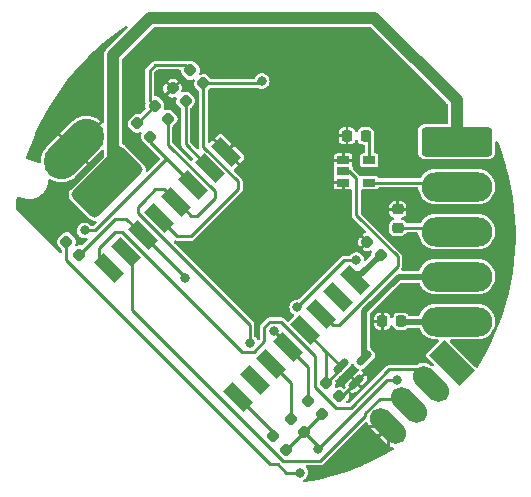
<source format=gtl>
G04 #@! TF.GenerationSoftware,KiCad,Pcbnew,8.0.7-unknown-1000.20241208gitf899755.fc40*
G04 #@! TF.CreationDate,2024-12-14T19:17:03-08:00*
G04 #@! TF.ProjectId,led-ctrl-24v,6c65642d-6374-4726-9c2d-3234762e6b69,rev?*
G04 #@! TF.SameCoordinates,Original*
G04 #@! TF.FileFunction,Copper,L1,Top*
G04 #@! TF.FilePolarity,Positive*
%FSLAX46Y46*%
G04 Gerber Fmt 4.6, Leading zero omitted, Abs format (unit mm)*
G04 Created by KiCad (PCBNEW 8.0.7-unknown-1000.20241208gitf899755.fc40) date 2024-12-14 19:17:03*
%MOMM*%
%LPD*%
G01*
G04 APERTURE LIST*
G04 Aperture macros list*
%AMRoundRect*
0 Rectangle with rounded corners*
0 $1 Rounding radius*
0 $2 $3 $4 $5 $6 $7 $8 $9 X,Y pos of 4 corners*
0 Add a 4 corners polygon primitive as box body*
4,1,4,$2,$3,$4,$5,$6,$7,$8,$9,$2,$3,0*
0 Add four circle primitives for the rounded corners*
1,1,$1+$1,$2,$3*
1,1,$1+$1,$4,$5*
1,1,$1+$1,$6,$7*
1,1,$1+$1,$8,$9*
0 Add four rect primitives between the rounded corners*
20,1,$1+$1,$2,$3,$4,$5,0*
20,1,$1+$1,$4,$5,$6,$7,0*
20,1,$1+$1,$6,$7,$8,$9,0*
20,1,$1+$1,$8,$9,$2,$3,0*%
%AMHorizOval*
0 Thick line with rounded ends*
0 $1 width*
0 $2 $3 position (X,Y) of the first rounded end (center of the circle)*
0 $4 $5 position (X,Y) of the second rounded end (center of the circle)*
0 Add line between two ends*
20,1,$1,$2,$3,$4,$5,0*
0 Add two circle primitives to create the rounded ends*
1,1,$1,$2,$3*
1,1,$1,$4,$5*%
%AMRotRect*
0 Rectangle, with rotation*
0 The origin of the aperture is its center*
0 $1 length*
0 $2 width*
0 $3 Rotation angle, in degrees counterclockwise*
0 Add horizontal line*
21,1,$1,$2,0,0,$3*%
G04 Aperture macros list end*
G04 #@! TA.AperFunction,SMDPad,CuDef*
%ADD10RoundRect,0.218750X0.218750X0.256250X-0.218750X0.256250X-0.218750X-0.256250X0.218750X-0.256250X0*%
G04 #@! TD*
G04 #@! TA.AperFunction,SMDPad,CuDef*
%ADD11RoundRect,0.218750X0.335876X0.026517X0.026517X0.335876X-0.335876X-0.026517X-0.026517X-0.335876X0*%
G04 #@! TD*
G04 #@! TA.AperFunction,SMDPad,CuDef*
%ADD12RoundRect,0.218750X-0.335876X-0.026517X-0.026517X-0.335876X0.335876X0.026517X0.026517X0.335876X0*%
G04 #@! TD*
G04 #@! TA.AperFunction,SMDPad,CuDef*
%ADD13RoundRect,0.218750X-0.218750X-0.256250X0.218750X-0.256250X0.218750X0.256250X-0.218750X0.256250X0*%
G04 #@! TD*
G04 #@! TA.AperFunction,SMDPad,CuDef*
%ADD14RotRect,2.500000X1.100000X135.000000*%
G04 #@! TD*
G04 #@! TA.AperFunction,SMDPad,CuDef*
%ADD15RoundRect,0.416667X2.592724X1.060660X1.060660X2.592724X-2.592724X-1.060660X-1.060660X-2.592724X0*%
G04 #@! TD*
G04 #@! TA.AperFunction,SMDPad,CuDef*
%ADD16HorizOval,3.000000X1.060660X1.060660X-1.060660X-1.060660X0*%
G04 #@! TD*
G04 #@! TA.AperFunction,SMDPad,CuDef*
%ADD17R,1.060000X0.650000*%
G04 #@! TD*
G04 #@! TA.AperFunction,SMDPad,CuDef*
%ADD18RoundRect,0.150000X-0.309359X-0.521491X0.521491X0.309359X0.309359X0.521491X-0.521491X-0.309359X0*%
G04 #@! TD*
G04 #@! TA.AperFunction,SMDPad,CuDef*
%ADD19RoundRect,0.347223X-2.652777X0.902777X-2.652777X-0.902777X2.652777X-0.902777X2.652777X0.902777X0*%
G04 #@! TD*
G04 #@! TA.AperFunction,SMDPad,CuDef*
%ADD20O,6.000000X2.500000*%
G04 #@! TD*
G04 #@! TA.AperFunction,SMDPad,CuDef*
%ADD21RoundRect,0.218750X-0.256250X0.218750X-0.256250X-0.218750X0.256250X-0.218750X0.256250X0.218750X0*%
G04 #@! TD*
G04 #@! TA.AperFunction,ComponentPad*
%ADD22RotRect,3.600000X1.800000X315.000000*%
G04 #@! TD*
G04 #@! TA.AperFunction,ComponentPad*
%ADD23HorizOval,1.800000X0.636396X-0.636396X-0.636396X0.636396X0*%
G04 #@! TD*
G04 #@! TA.AperFunction,ViaPad*
%ADD24C,0.800000*%
G04 #@! TD*
G04 #@! TA.AperFunction,Conductor*
%ADD25C,0.250000*%
G04 #@! TD*
G04 #@! TA.AperFunction,Conductor*
%ADD26C,0.500000*%
G04 #@! TD*
G04 #@! TA.AperFunction,Conductor*
%ADD27C,1.000000*%
G04 #@! TD*
G04 APERTURE END LIST*
D10*
G04 #@! TO.P,C2,1*
G04 #@! TO.N,+5V*
X98787500Y-114000000D03*
G04 #@! TO.P,C2,2*
G04 #@! TO.N,GND*
X97212500Y-114000000D03*
G04 #@! TD*
D11*
G04 #@! TO.P,R6,1*
G04 #@! TO.N,+3.3V*
X92056847Y-140556847D03*
G04 #@! TO.P,R6,2*
G04 #@! TO.N,/REST*
X90943153Y-139443153D03*
G04 #@! TD*
G04 #@! TO.P,R5,1*
G04 #@! TO.N,+3.3V*
X93556847Y-139056847D03*
G04 #@! TO.P,R5,2*
G04 #@! TO.N,/CH_PD*
X92443153Y-137943153D03*
G04 #@! TD*
D12*
G04 #@! TO.P,R2,1*
G04 #@! TO.N,+3.3V*
X83943153Y-108443153D03*
G04 #@! TO.P,R2,2*
G04 #@! TO.N,/BTN1*
X85056847Y-109556847D03*
G04 #@! TD*
D11*
G04 #@! TO.P,R3,1*
G04 #@! TO.N,+3.3V*
X95056847Y-137556847D03*
G04 #@! TO.P,R3,2*
G04 #@! TO.N,/BTN4*
X93943153Y-136443153D03*
G04 #@! TD*
D13*
G04 #@! TO.P,R8,1*
G04 #@! TO.N,GND*
X100212500Y-129700000D03*
G04 #@! TO.P,R8,2*
G04 #@! TO.N,Net-(J3-Pin_5)*
X101787500Y-129700000D03*
G04 #@! TD*
D12*
G04 #@! TO.P,R4,1*
G04 #@! TO.N,+3.3V*
X73443153Y-122943153D03*
G04 #@! TO.P,R4,2*
G04 #@! TO.N,/BTN0*
X74556847Y-124056847D03*
G04 #@! TD*
D14*
G04 #@! TO.P,U2,1,REST*
G04 #@! TO.N,/REST*
X87981460Y-136107985D03*
G04 #@! TO.P,U2,2,ADC*
G04 #@! TO.N,unconnected-(U2-ADC-Pad2)*
X89395674Y-134693771D03*
G04 #@! TO.P,U2,3,CH_PD*
G04 #@! TO.N,/CH_PD*
X90809887Y-133279558D03*
G04 #@! TO.P,U2,4,GPIO16*
G04 #@! TO.N,/BTN4*
X92224101Y-131865344D03*
G04 #@! TO.P,U2,5,GPIO14*
G04 #@! TO.N,/GPIO14*
X93638314Y-130451131D03*
G04 #@! TO.P,U2,6,GPIO12*
G04 #@! TO.N,/LED_DIN*
X95052528Y-129036917D03*
G04 #@! TO.P,U2,7,GPIO13*
G04 #@! TO.N,/GPIO13*
X96466741Y-127622704D03*
G04 #@! TO.P,U2,8,VCC*
G04 #@! TO.N,+3.3V*
X97880955Y-126208490D03*
G04 #@! TO.P,U2,9,GND*
G04 #@! TO.N,GND*
X86991510Y-115319045D03*
G04 #@! TO.P,U2,10,GPIO15*
G04 #@! TO.N,/GPIO15*
X85577296Y-116733259D03*
G04 #@! TO.P,U2,11,GPIO2*
G04 #@! TO.N,/BTN3*
X84163083Y-118147472D03*
G04 #@! TO.P,U2,12,GPIO0*
G04 #@! TO.N,/BTN2*
X82748869Y-119561686D03*
G04 #@! TO.P,U2,13,GPIO4*
G04 #@! TO.N,/BTN1*
X81334656Y-120975899D03*
G04 #@! TO.P,U2,14,GPIO5*
G04 #@! TO.N,/BTN0*
X79920442Y-122390113D03*
G04 #@! TO.P,U2,15,RXD*
G04 #@! TO.N,/RXD*
X78506229Y-123804327D03*
G04 #@! TO.P,U2,16,TXD*
G04 #@! TO.N,/TXD*
X77092015Y-125218540D03*
G04 #@! TD*
D15*
G04 #@! TO.P,J2,1,Pin_1*
G04 #@! TO.N,+24V*
X76914214Y-117914214D03*
D16*
G04 #@! TO.P,J2,2,Pin_2*
G04 #@! TO.N,GND*
X74085786Y-115085786D03*
G04 #@! TD*
D17*
G04 #@! TO.P,U4,1*
G04 #@! TO.N,GND*
X96900000Y-116050000D03*
G04 #@! TO.P,U4,2*
G04 #@! TO.N,/LED_DIN*
X96900000Y-117000000D03*
G04 #@! TO.P,U4,3,GND*
G04 #@! TO.N,GND*
X96900000Y-117950000D03*
G04 #@! TO.P,U4,4*
G04 #@! TO.N,/LED_DIN_5V*
X99100000Y-117950000D03*
G04 #@! TO.P,U4,5,VCC*
G04 #@! TO.N,+5V*
X99100000Y-116050000D03*
G04 #@! TD*
D11*
G04 #@! TO.P,C1,1*
G04 #@! TO.N,+3.3V*
X100056847Y-124056847D03*
G04 #@! TO.P,C1,2*
G04 #@! TO.N,GND*
X98943153Y-122943153D03*
G04 #@! TD*
D12*
G04 #@! TO.P,R1,1*
G04 #@! TO.N,+3.3V*
X80943153Y-111443153D03*
G04 #@! TO.P,R1,2*
G04 #@! TO.N,/BTN2*
X82056847Y-112556847D03*
G04 #@! TD*
G04 #@! TO.P,R7,1*
G04 #@! TO.N,/GPIO14*
X95443153Y-134943153D03*
G04 #@! TO.P,R7,2*
G04 #@! TO.N,GND*
X96556847Y-136056847D03*
G04 #@! TD*
D18*
G04 #@! TO.P,Q1,1,G*
G04 #@! TO.N,/GPIO14*
X96665336Y-133491161D03*
G04 #@! TO.P,Q1,2,S*
G04 #@! TO.N,GND*
X98008839Y-134834664D03*
G04 #@! TO.P,Q1,3,D*
G04 #@! TO.N,/~{LED_WHITE}*
X98662913Y-132837087D03*
G04 #@! TD*
D11*
G04 #@! TO.P,R14,1*
G04 #@! TO.N,/GPIO15*
X83556847Y-111056847D03*
G04 #@! TO.P,R14,2*
G04 #@! TO.N,GND*
X82443153Y-109943153D03*
G04 #@! TD*
D19*
G04 #@! TO.P,J3,1,Pin_1*
G04 #@! TO.N,+24V*
X106500000Y-114480000D03*
D20*
G04 #@! TO.P,J3,2,Pin_2*
G04 #@! TO.N,/LED_DIN_5V*
X106500000Y-118290000D03*
G04 #@! TO.P,J3,3,Pin_3*
G04 #@! TO.N,Net-(J3-Pin_3)*
X106500000Y-122100000D03*
G04 #@! TO.P,J3,4,Pin_4*
G04 #@! TO.N,/~{LED_WHITE}*
X106500000Y-125910000D03*
G04 #@! TO.P,J3,5,Pin_5*
G04 #@! TO.N,Net-(J3-Pin_5)*
X106500000Y-129720000D03*
G04 #@! TD*
D21*
G04 #@! TO.P,R9,1*
G04 #@! TO.N,GND*
X101500000Y-120212499D03*
G04 #@! TO.P,R9,2*
G04 #@! TO.N,Net-(J3-Pin_3)*
X101500000Y-121787501D03*
G04 #@! TD*
D22*
G04 #@! TO.P,J1,1,Pin_1*
G04 #@! TO.N,+3.3V*
X106087006Y-133212994D03*
D23*
G04 #@! TO.P,J1,2,Pin_2*
G04 #@! TO.N,/TXD*
X104290955Y-135009045D03*
G04 #@! TO.P,J1,3,Pin_3*
G04 #@! TO.N,/RXD*
X102494904Y-136805096D03*
G04 #@! TO.P,J1,4,Pin_4*
G04 #@! TO.N,GND*
X100698852Y-138601148D03*
G04 #@! TD*
D12*
G04 #@! TO.P,R12,1*
G04 #@! TO.N,+3.3V*
X79443153Y-112943153D03*
G04 #@! TO.P,R12,2*
G04 #@! TO.N,/BTN3*
X80556847Y-114056847D03*
G04 #@! TD*
D24*
G04 #@! TO.N,GND*
X96000000Y-114000000D03*
X88500000Y-114500000D03*
X97000000Y-119000000D03*
X101000000Y-119000000D03*
X98000000Y-122000000D03*
X87500000Y-113500000D03*
X81500000Y-109000000D03*
X72500000Y-113500000D03*
X71500000Y-114500000D03*
X100500000Y-128500000D03*
X102000000Y-119000000D03*
X73500000Y-112500000D03*
X74500000Y-111500000D03*
X100500000Y-131000000D03*
G04 #@! TO.N,+3.3V*
X94750000Y-140500000D03*
X101478758Y-134665938D03*
X93250000Y-142500000D03*
G04 #@! TO.N,/BTN2*
X89000000Y-131500000D03*
G04 #@! TO.N,/BTN1*
X90000000Y-109358000D03*
G04 #@! TO.N,/BTN4*
X98000000Y-124500000D03*
X93000000Y-128500000D03*
X91000000Y-130500000D03*
G04 #@! TO.N,/BTN0*
X83500000Y-126000000D03*
G04 #@! TO.N,/BTN3*
X75000000Y-122000000D03*
G04 #@! TD*
D25*
G04 #@! TO.N,GND*
X96556847Y-136056847D02*
X96786656Y-136056847D01*
X100698852Y-138601148D02*
X100698852Y-140301148D01*
X96786656Y-136056847D02*
X98008839Y-134834664D01*
X98898852Y-138601148D02*
X98500000Y-139000000D01*
X100698852Y-138601148D02*
X98898852Y-138601148D01*
X100698852Y-140301148D02*
X100500000Y-140500000D01*
G04 #@! TO.N,+3.3V*
X80500000Y-108500000D02*
X80500000Y-111000000D01*
X80500000Y-111000000D02*
X80943153Y-111443153D01*
X100584062Y-134665938D02*
X101478758Y-134665938D01*
X100000000Y-135250000D02*
X100584062Y-134665938D01*
X94750000Y-140500000D02*
X100000000Y-135250000D01*
D26*
X98400179Y-125713515D02*
X97385980Y-125713515D01*
X100056847Y-124056847D02*
X98400179Y-125713515D01*
D25*
X79443153Y-112943153D02*
X80943153Y-111443153D01*
X91340811Y-141750000D02*
X92090811Y-142500000D01*
X83943153Y-108443153D02*
X83500000Y-108000000D01*
X81000000Y-108000000D02*
X80500000Y-108500000D01*
X73443153Y-124470730D02*
X90722423Y-141750000D01*
X92090811Y-142500000D02*
X93250000Y-142500000D01*
X73443153Y-122943153D02*
X73443153Y-124470730D01*
X94750000Y-140500000D02*
X94750000Y-140250000D01*
X94750000Y-140250000D02*
X93556847Y-139056847D01*
X83500000Y-108000000D02*
X81000000Y-108000000D01*
X90722423Y-141750000D02*
X91340811Y-141750000D01*
X92056847Y-140556847D02*
X95056847Y-137556847D01*
G04 #@! TO.N,/TXD*
X94509242Y-135259242D02*
X96250000Y-137000000D01*
X100792894Y-133750000D02*
X103031910Y-133750000D01*
X94509242Y-132630207D02*
X94509242Y-135259242D01*
X96250000Y-137000000D02*
X97542894Y-137000000D01*
X77593465Y-122156535D02*
X78166585Y-122156535D01*
X91604035Y-129725000D02*
X94509242Y-132630207D01*
X88285050Y-132275000D02*
X89321016Y-132275000D01*
X90225000Y-131371016D02*
X90225000Y-130178984D01*
X97542894Y-137000000D02*
X100792894Y-133750000D01*
X90225000Y-130178984D02*
X90678984Y-129725000D01*
X78166585Y-122156535D02*
X88285050Y-132275000D01*
X77586990Y-125586990D02*
X76250000Y-124250000D01*
X76250000Y-123500000D02*
X77593465Y-122156535D01*
X77586990Y-125713515D02*
X77586990Y-125586990D01*
X90678984Y-129725000D02*
X91604035Y-129725000D01*
X76250000Y-124250000D02*
X76250000Y-123500000D01*
X89321016Y-132275000D02*
X90225000Y-131371016D01*
X103031910Y-133750000D02*
X104290955Y-135009045D01*
G04 #@! TO.N,/RXD*
X98750000Y-137474086D02*
X99974086Y-136250000D01*
X101939808Y-136250000D02*
X102494904Y-136805096D01*
X99974086Y-136250000D02*
X101939808Y-136250000D01*
X91788676Y-141490758D02*
X94966349Y-141490758D01*
X79001204Y-124299302D02*
X79001204Y-128703286D01*
X79001204Y-128703286D02*
X91788676Y-141490758D01*
X94966349Y-141490758D02*
X98750000Y-137707107D01*
X98750000Y-137707107D02*
X98750000Y-137474086D01*
D26*
G04 #@! TO.N,/~{LED_WHITE}*
X98662913Y-128837087D02*
X98662913Y-132837087D01*
X101590000Y-125910000D02*
X98662913Y-128837087D01*
X106775000Y-125910000D02*
X101590000Y-125910000D01*
D25*
G04 #@! TO.N,/GPIO14*
X95443153Y-132255970D02*
X95443153Y-132268978D01*
X96665336Y-133491161D02*
X96665336Y-133720970D01*
X95443153Y-132268978D02*
X96665336Y-133491161D01*
X93143339Y-129956156D02*
X95443153Y-132255970D01*
X95443153Y-132255970D02*
X95443153Y-134943153D01*
X96665336Y-133720970D02*
X95443153Y-134943153D01*
G04 #@! TO.N,/BTN2*
X82056847Y-114733088D02*
X86000000Y-118676241D01*
X79500000Y-120500000D02*
X89000000Y-130000000D01*
X81000000Y-118500000D02*
X80000000Y-119500000D01*
X86000000Y-118676241D02*
X86000000Y-119250000D01*
X84500000Y-120750000D02*
X84000000Y-120750000D01*
X83306661Y-120056661D02*
X83243844Y-120056661D01*
X82056847Y-112556847D02*
X82056847Y-114733088D01*
X84000000Y-120750000D02*
X83306661Y-120056661D01*
X86000000Y-119250000D02*
X84500000Y-120750000D01*
X81687183Y-118500000D02*
X81000000Y-118500000D01*
X83243844Y-120056661D02*
X81687183Y-118500000D01*
X89000000Y-130000000D02*
X89000000Y-131500000D01*
X80000000Y-119500000D02*
X79500000Y-120000000D01*
X79500000Y-120000000D02*
X79500000Y-120500000D01*
G04 #@! TO.N,/BTN1*
X88000000Y-117847815D02*
X88000000Y-118500000D01*
X85056847Y-109556847D02*
X85056847Y-114904662D01*
X85056847Y-114904662D02*
X88000000Y-117847815D01*
X85056847Y-109556847D02*
X89801153Y-109556847D01*
X88000000Y-118500000D02*
X84000000Y-122500000D01*
X82858757Y-122500000D02*
X81829631Y-121470874D01*
X89801153Y-109556847D02*
X90000000Y-109358000D01*
X84000000Y-122500000D02*
X82858757Y-122500000D01*
G04 #@! TO.N,/BTN4*
X93000000Y-128500000D02*
X97000000Y-124500000D01*
X91729126Y-131229126D02*
X91000000Y-130500000D01*
X91729126Y-131370369D02*
X93943153Y-133584396D01*
X91729126Y-131370369D02*
X91729126Y-131229126D01*
X93943153Y-133584396D02*
X93943153Y-136443153D01*
X97000000Y-124500000D02*
X98000000Y-124500000D01*
G04 #@! TO.N,/BTN0*
X80415417Y-122885088D02*
X83500000Y-125969671D01*
X77613694Y-121000000D02*
X74556847Y-124056847D01*
X80415417Y-122885088D02*
X78530329Y-121000000D01*
X78530329Y-121000000D02*
X77613694Y-121000000D01*
X83500000Y-125969671D02*
X83500000Y-126000000D01*
G04 #@! TO.N,/CH_PD*
X90314912Y-132784583D02*
X92443153Y-134912824D01*
X92443153Y-134912824D02*
X92443153Y-137943153D01*
G04 #@! TO.N,/REST*
X90943153Y-139069678D02*
X90943153Y-139443153D01*
X87486485Y-135613010D02*
X90943153Y-139069678D01*
G04 #@! TO.N,/BTN3*
X82007806Y-115992194D02*
X81914394Y-115992194D01*
X80556847Y-114541236D02*
X82007806Y-115992194D01*
X75906588Y-122000000D02*
X75000000Y-122000000D01*
X81914394Y-115992194D02*
X75906588Y-122000000D01*
X82007806Y-115992194D02*
X84658058Y-118642447D01*
X80556847Y-114056847D02*
X80556847Y-114541236D01*
G04 #@! TO.N,/GPIO15*
X83556847Y-111056847D02*
X83556847Y-114712810D01*
X83556847Y-114712810D02*
X86072271Y-117228234D01*
G04 #@! TO.N,/LED_DIN*
X98000000Y-120700000D02*
X98000000Y-117600000D01*
X97400000Y-117000000D02*
X96900000Y-117000000D01*
X98000000Y-117600000D02*
X97400000Y-117000000D01*
X101500000Y-124200000D02*
X98000000Y-120700000D01*
X96000000Y-130000000D02*
X96500000Y-130000000D01*
X94557553Y-128541942D02*
X94557553Y-128557553D01*
X101500000Y-125000000D02*
X101500000Y-124200000D01*
X96500000Y-130000000D02*
X101500000Y-125000000D01*
X94557553Y-128557553D02*
X96000000Y-130000000D01*
G04 #@! TO.N,+5V*
X99100000Y-114312500D02*
X99100000Y-116050000D01*
X98787500Y-114000000D02*
X99100000Y-114312500D01*
G04 #@! TO.N,/LED_DIN_5V*
X106160000Y-117950000D02*
X106500000Y-118290000D01*
X99100000Y-117950000D02*
X106160000Y-117950000D01*
D27*
G04 #@! TO.N,+24V*
X76914214Y-117914214D02*
X77396446Y-117431982D01*
X80609063Y-104000000D02*
X99500000Y-104000000D01*
X99500000Y-104000000D02*
X106500000Y-111000000D01*
X80525432Y-104046118D02*
X80609063Y-104000000D01*
X77396446Y-107175104D02*
X80525432Y-104046118D01*
X77396446Y-117431982D02*
X77396446Y-107175104D01*
X106500000Y-111000000D02*
X106500000Y-114480000D01*
D25*
G04 #@! TO.N,Net-(J3-Pin_3)*
X102000000Y-121787501D02*
X106187501Y-121787501D01*
X106187501Y-121787501D02*
X106500000Y-122100000D01*
D26*
G04 #@! TO.N,Net-(J3-Pin_5)*
X106775000Y-129720000D02*
X101807500Y-129720000D01*
X101807500Y-129720000D02*
X101787500Y-129700000D01*
G04 #@! TD*
G04 #@! TA.AperFunction,Conductor*
G04 #@! TO.N,GND*
G36*
X98882925Y-138207731D02*
G01*
X98938858Y-138249603D01*
X98957522Y-138285595D01*
X98996707Y-138406196D01*
X98996708Y-138406199D01*
X99078890Y-138567486D01*
X99185279Y-138713921D01*
X99185283Y-138713925D01*
X99797289Y-139325932D01*
X99797290Y-139325932D01*
X100268121Y-138855100D01*
X100298753Y-138908155D01*
X100391845Y-139001247D01*
X100444898Y-139031877D01*
X99974067Y-139502709D01*
X100586071Y-140114712D01*
X100732516Y-140221111D01*
X100893800Y-140303291D01*
X100893803Y-140303292D01*
X101065954Y-140359226D01*
X101085446Y-140362314D01*
X101148580Y-140392243D01*
X101185512Y-140451554D01*
X101184514Y-140521417D01*
X101145905Y-140579650D01*
X101130782Y-140590548D01*
X100958216Y-140696172D01*
X100953663Y-140698828D01*
X100169125Y-141134313D01*
X100164462Y-141136773D01*
X99362139Y-141538511D01*
X99357377Y-141540771D01*
X98954925Y-141721320D01*
X98584939Y-141887304D01*
X98538688Y-141908053D01*
X98533833Y-141910108D01*
X97700251Y-142242268D01*
X97695313Y-142244114D01*
X96848432Y-142540521D01*
X96843421Y-142542157D01*
X95984650Y-142802319D01*
X95979573Y-142803740D01*
X95110520Y-143027165D01*
X95105388Y-143028368D01*
X94227667Y-143214646D01*
X94222488Y-143215631D01*
X93610538Y-143318541D01*
X93541162Y-143310247D01*
X93487284Y-143265762D01*
X93466009Y-143199210D01*
X93484092Y-143131721D01*
X93532346Y-143086463D01*
X93622240Y-143039283D01*
X93740483Y-142934530D01*
X93830220Y-142804523D01*
X93886237Y-142656818D01*
X93905278Y-142500000D01*
X93886237Y-142343182D01*
X93830220Y-142195477D01*
X93740483Y-142065470D01*
X93740482Y-142065469D01*
X93737189Y-142060698D01*
X93715306Y-141994343D01*
X93732771Y-141926692D01*
X93784039Y-141879222D01*
X93839239Y-141866258D01*
X95015784Y-141866258D01*
X95015785Y-141866258D01*
X95063535Y-141853463D01*
X95111287Y-141840668D01*
X95196911Y-141791233D01*
X95266824Y-141721320D01*
X98751914Y-138236229D01*
X98813233Y-138202747D01*
X98882925Y-138207731D01*
G37*
G04 #@! TD.AperFunction*
G04 #@! TA.AperFunction,Conductor*
G36*
X99204809Y-104770185D02*
G01*
X99225451Y-104786819D01*
X105713181Y-111274549D01*
X105746666Y-111335872D01*
X105749500Y-111362230D01*
X105749500Y-112855500D01*
X105729815Y-112922539D01*
X105677011Y-112968294D01*
X105625500Y-112979500D01*
X103808045Y-112979500D01*
X103691184Y-112994885D01*
X103545785Y-113055111D01*
X103545782Y-113055112D01*
X103545782Y-113055113D01*
X103420922Y-113150922D01*
X103338205Y-113258721D01*
X103325111Y-113275785D01*
X103264886Y-113421182D01*
X103264885Y-113421186D01*
X103249500Y-113538037D01*
X103249500Y-115421954D01*
X103264885Y-115538815D01*
X103325111Y-115684214D01*
X103325113Y-115684218D01*
X103420922Y-115809078D01*
X103545782Y-115904887D01*
X103691186Y-115965115D01*
X103808045Y-115980500D01*
X109191954Y-115980499D01*
X109308814Y-115965115D01*
X109454218Y-115904887D01*
X109579078Y-115809078D01*
X109674887Y-115684218D01*
X109735115Y-115538814D01*
X109750500Y-115421955D01*
X109750499Y-114576520D01*
X109770183Y-114509483D01*
X109822987Y-114463728D01*
X109892146Y-114453784D01*
X109955702Y-114482809D01*
X109989585Y-114530356D01*
X110126749Y-114872288D01*
X110128607Y-114877221D01*
X110426976Y-115723453D01*
X110428623Y-115728461D01*
X110690760Y-116586625D01*
X110692192Y-116591698D01*
X110917609Y-117460201D01*
X110918825Y-117465331D01*
X111107132Y-118342660D01*
X111108128Y-118347836D01*
X111258969Y-119232346D01*
X111259745Y-119237561D01*
X111372860Y-120127711D01*
X111373413Y-120132953D01*
X111448588Y-121027088D01*
X111448918Y-121032350D01*
X111486022Y-121928881D01*
X111486128Y-121934151D01*
X111485095Y-122831443D01*
X111484977Y-122836713D01*
X111445805Y-123733155D01*
X111445463Y-123738416D01*
X111368223Y-124632400D01*
X111367657Y-124637641D01*
X111252495Y-125527488D01*
X111251708Y-125532700D01*
X111098821Y-126416897D01*
X111097812Y-126422072D01*
X110907490Y-127298934D01*
X110906263Y-127304060D01*
X110678839Y-128172058D01*
X110677395Y-128177128D01*
X110413278Y-129034691D01*
X110411619Y-129039695D01*
X110111306Y-129885216D01*
X110109437Y-129890145D01*
X109773440Y-130722186D01*
X109771362Y-130727031D01*
X109400325Y-131543988D01*
X109398044Y-131548741D01*
X108992603Y-132349225D01*
X108990122Y-132353876D01*
X108551019Y-133136409D01*
X108548342Y-133140950D01*
X108284404Y-133567735D01*
X108232401Y-133614398D01*
X108163425Y-133625539D01*
X108099376Y-133597620D01*
X108091261Y-133590195D01*
X105933246Y-131432181D01*
X105899761Y-131370858D01*
X105904745Y-131301166D01*
X105946617Y-131245233D01*
X106012081Y-131220816D01*
X106020927Y-131220500D01*
X108368097Y-131220500D01*
X108601368Y-131183553D01*
X108825992Y-131110568D01*
X109036433Y-131003343D01*
X109227510Y-130864517D01*
X109394517Y-130697510D01*
X109533343Y-130506433D01*
X109640568Y-130295992D01*
X109713553Y-130071368D01*
X109720171Y-130029585D01*
X109750500Y-129838097D01*
X109750500Y-129601902D01*
X109713553Y-129368631D01*
X109665989Y-129222245D01*
X109640568Y-129144008D01*
X109640566Y-129144005D01*
X109640566Y-129144003D01*
X109571310Y-129008082D01*
X109533343Y-128933567D01*
X109394517Y-128742490D01*
X109227510Y-128575483D01*
X109036433Y-128436657D01*
X108825996Y-128329433D01*
X108601368Y-128256446D01*
X108368097Y-128219500D01*
X108368092Y-128219500D01*
X104631908Y-128219500D01*
X104631903Y-128219500D01*
X104398631Y-128256446D01*
X104174003Y-128329433D01*
X103963566Y-128436657D01*
X103881356Y-128496387D01*
X103772490Y-128575483D01*
X103772488Y-128575485D01*
X103772487Y-128575485D01*
X103605485Y-128742487D01*
X103605485Y-128742488D01*
X103605483Y-128742490D01*
X103598050Y-128752721D01*
X103466657Y-128933566D01*
X103357220Y-129148349D01*
X103356013Y-129147734D01*
X103316038Y-129197350D01*
X103249746Y-129219421D01*
X103245308Y-129219500D01*
X102486614Y-129219500D01*
X102419575Y-129199815D01*
X102387347Y-129169810D01*
X102341473Y-129108529D01*
X102321630Y-129093675D01*
X102233450Y-129027664D01*
X102233447Y-129027662D01*
X102107024Y-128980509D01*
X102051144Y-128974500D01*
X102051130Y-128974500D01*
X101523870Y-128974500D01*
X101523855Y-128974500D01*
X101467975Y-128980509D01*
X101341552Y-129027662D01*
X101341549Y-129027664D01*
X101233528Y-129108528D01*
X101152664Y-129216549D01*
X101152663Y-129216551D01*
X101115564Y-129316017D01*
X101073692Y-129371950D01*
X101008227Y-129396367D01*
X100939955Y-129381515D01*
X100890550Y-129332109D01*
X100882341Y-129313638D01*
X100850360Y-129222245D01*
X100766449Y-129108550D01*
X100652755Y-129024640D01*
X100519379Y-128977968D01*
X100519380Y-128977968D01*
X100487722Y-128975000D01*
X100337500Y-128975000D01*
X100337500Y-130425000D01*
X100487722Y-130425000D01*
X100519379Y-130422031D01*
X100652755Y-130375359D01*
X100766449Y-130291449D01*
X100850360Y-130177754D01*
X100882341Y-130086361D01*
X100923062Y-130029585D01*
X100988015Y-130003838D01*
X101056577Y-130017294D01*
X101106980Y-130065682D01*
X101115564Y-130083982D01*
X101152663Y-130183449D01*
X101152664Y-130183450D01*
X101233528Y-130291472D01*
X101338180Y-130369813D01*
X101341549Y-130372335D01*
X101341552Y-130372337D01*
X101420833Y-130401907D01*
X101467978Y-130419491D01*
X101497318Y-130422645D01*
X101523855Y-130425499D01*
X101523870Y-130425500D01*
X102051130Y-130425500D01*
X102051144Y-130425499D01*
X102073023Y-130423146D01*
X102107022Y-130419491D01*
X102233450Y-130372336D01*
X102341472Y-130291472D01*
X102357405Y-130270187D01*
X102413339Y-130228318D01*
X102456671Y-130220500D01*
X103245308Y-130220500D01*
X103312347Y-130240185D01*
X103357027Y-130291749D01*
X103357220Y-130291651D01*
X103357615Y-130292428D01*
X103358102Y-130292989D01*
X103359279Y-130295693D01*
X103465561Y-130504282D01*
X103466657Y-130506433D01*
X103605483Y-130697510D01*
X103772490Y-130864517D01*
X103963567Y-131003343D01*
X104043059Y-131043846D01*
X104174003Y-131110566D01*
X104174005Y-131110566D01*
X104174008Y-131110568D01*
X104233555Y-131129916D01*
X104398631Y-131183553D01*
X104631903Y-131220500D01*
X104631908Y-131220500D01*
X104880293Y-131220500D01*
X104947332Y-131240185D01*
X104993087Y-131292989D01*
X105003031Y-131362147D01*
X104974006Y-131425703D01*
X104967974Y-131432181D01*
X103983242Y-132416911D01*
X103983241Y-132416912D01*
X103941852Y-132478857D01*
X103922633Y-132575474D01*
X103922409Y-132576598D01*
X103941852Y-132674338D01*
X103953376Y-132691586D01*
X103983241Y-132736282D01*
X104525975Y-133279016D01*
X104559460Y-133340339D01*
X104554476Y-133410031D01*
X104512604Y-133465964D01*
X104447140Y-133490381D01*
X104378867Y-133475529D01*
X104365412Y-133467017D01*
X104257553Y-133388653D01*
X104254886Y-133387294D01*
X104096198Y-133306437D01*
X104096195Y-133306436D01*
X103923969Y-133250478D01*
X103834536Y-133236313D01*
X103745105Y-133222148D01*
X103564013Y-133222148D01*
X103504392Y-133231591D01*
X103385148Y-133250478D01*
X103212922Y-133306436D01*
X103212919Y-133306437D01*
X103105866Y-133360985D01*
X103049571Y-133374500D01*
X100743458Y-133374500D01*
X100695706Y-133387295D01*
X100695705Y-133387294D01*
X100647957Y-133400089D01*
X100647956Y-133400089D01*
X100562329Y-133449527D01*
X97423676Y-136588181D01*
X97362353Y-136621666D01*
X97335995Y-136624500D01*
X97260828Y-136624500D01*
X97193789Y-136604815D01*
X97148034Y-136552011D01*
X97138090Y-136482853D01*
X97167115Y-136419297D01*
X97173147Y-136412819D01*
X97264104Y-136321861D01*
X97264116Y-136321848D01*
X97284395Y-136297372D01*
X97345706Y-136170060D01*
X97345707Y-136170057D01*
X97366767Y-136030330D01*
X97366767Y-136030329D01*
X97345707Y-135890603D01*
X97345706Y-135890602D01*
X97339146Y-135876980D01*
X97327791Y-135808039D01*
X97355512Y-135743904D01*
X97413506Y-135704936D01*
X97483361Y-135703509D01*
X97507157Y-135712689D01*
X97515618Y-135717000D01*
X97636124Y-135756155D01*
X97636127Y-135756156D01*
X97762833Y-135756156D01*
X97762835Y-135756155D01*
X97883340Y-135717000D01*
X97960061Y-135661258D01*
X98309358Y-135311959D01*
X97920451Y-134923052D01*
X97832061Y-134834662D01*
X98185615Y-134834662D01*
X98185615Y-134834663D01*
X98486134Y-135135183D01*
X98486135Y-135135183D01*
X98835425Y-134785894D01*
X98835428Y-134785890D01*
X98891175Y-134709165D01*
X98891175Y-134709164D01*
X98930330Y-134588660D01*
X98930331Y-134588657D01*
X98930331Y-134461952D01*
X98930330Y-134461949D01*
X98891175Y-134341444D01*
X98835433Y-134264723D01*
X98795495Y-134224784D01*
X98185615Y-134834662D01*
X97832061Y-134834662D01*
X97531542Y-134534144D01*
X97531541Y-134534144D01*
X97182252Y-134883433D01*
X97182249Y-134883437D01*
X97126502Y-134960162D01*
X97126502Y-134960163D01*
X97087347Y-135080667D01*
X97087347Y-135207375D01*
X97087348Y-135207382D01*
X97098442Y-135241527D01*
X97100437Y-135311368D01*
X97064356Y-135371200D01*
X97001655Y-135402028D01*
X96932241Y-135394063D01*
X96892830Y-135367525D01*
X96874894Y-135349589D01*
X96874881Y-135349577D01*
X96850405Y-135329298D01*
X96850406Y-135329298D01*
X96723093Y-135267987D01*
X96723090Y-135267986D01*
X96583364Y-135246927D01*
X96443636Y-135267986D01*
X96443633Y-135267987D01*
X96356394Y-135310000D01*
X96287453Y-135321352D01*
X96223319Y-135293630D01*
X96184353Y-135235634D01*
X96182928Y-135165779D01*
X96189799Y-135146768D01*
X96210021Y-135102488D01*
X96233901Y-135050199D01*
X96253104Y-134916636D01*
X96233901Y-134783074D01*
X96233899Y-134783069D01*
X96232015Y-134776651D01*
X96232013Y-134706781D01*
X96263308Y-134654034D01*
X96545344Y-134371998D01*
X96560127Y-134359372D01*
X96616886Y-134318136D01*
X97492309Y-133442711D01*
X97548123Y-133365891D01*
X97552967Y-133350980D01*
X97592402Y-133293307D01*
X97656759Y-133266107D01*
X97725606Y-133278019D01*
X97774299Y-133322707D01*
X97774390Y-133322641D01*
X97774715Y-133323089D01*
X97777083Y-133325262D01*
X97779644Y-133329873D01*
X97822350Y-133388653D01*
X97835938Y-133407355D01*
X98092645Y-133664060D01*
X98092648Y-133664062D01*
X98092649Y-133664063D01*
X98177360Y-133725611D01*
X98176273Y-133727106D01*
X98218418Y-133766907D01*
X98235215Y-133834727D01*
X98212680Y-133900863D01*
X98157967Y-133944316D01*
X98149651Y-133947351D01*
X98134338Y-133952326D01*
X98057616Y-134008069D01*
X97708319Y-134357367D01*
X98008839Y-134657887D01*
X98008840Y-134657887D01*
X98618718Y-134048007D01*
X98618718Y-134048005D01*
X98578788Y-134008077D01*
X98578783Y-134008073D01*
X98494162Y-133946590D01*
X98495281Y-133945049D01*
X98453277Y-133905376D01*
X98436485Y-133837554D01*
X98459026Y-133771420D01*
X98513743Y-133727971D01*
X98522032Y-133724946D01*
X98537643Y-133719874D01*
X98559695Y-133703853D01*
X98614459Y-133664065D01*
X98614459Y-133664064D01*
X98614463Y-133664062D01*
X99489886Y-132788637D01*
X99545700Y-132711817D01*
X99584904Y-132591161D01*
X99584904Y-132464295D01*
X99545700Y-132343638D01*
X99489888Y-132266819D01*
X99233181Y-132010114D01*
X99233177Y-132010111D01*
X99233174Y-132010108D01*
X99214525Y-131996558D01*
X99171860Y-131941227D01*
X99163413Y-131896242D01*
X99163413Y-130012722D01*
X99525000Y-130012722D01*
X99527968Y-130044379D01*
X99574640Y-130177755D01*
X99658550Y-130291449D01*
X99772244Y-130375359D01*
X99905620Y-130422031D01*
X99905619Y-130422031D01*
X99937278Y-130425000D01*
X100087500Y-130425000D01*
X100087500Y-129825000D01*
X99525000Y-129825000D01*
X99525000Y-130012722D01*
X99163413Y-130012722D01*
X99163413Y-129387277D01*
X99525000Y-129387277D01*
X99525000Y-129575000D01*
X100087500Y-129575000D01*
X100087500Y-128975000D01*
X99937278Y-128975000D01*
X99905620Y-128977968D01*
X99772244Y-129024640D01*
X99658550Y-129108550D01*
X99574640Y-129222244D01*
X99527968Y-129355620D01*
X99525000Y-129387277D01*
X99163413Y-129387277D01*
X99163413Y-129095763D01*
X99183098Y-129028724D01*
X99199732Y-129008082D01*
X101760995Y-126446819D01*
X101822318Y-126413334D01*
X101848676Y-126410500D01*
X103245308Y-126410500D01*
X103312347Y-126430185D01*
X103357027Y-126481749D01*
X103357220Y-126481651D01*
X103357615Y-126482428D01*
X103358102Y-126482989D01*
X103359279Y-126485693D01*
X103423991Y-126612696D01*
X103466657Y-126696433D01*
X103605483Y-126887510D01*
X103772490Y-127054517D01*
X103963567Y-127193343D01*
X104026620Y-127225470D01*
X104174003Y-127300566D01*
X104174005Y-127300566D01*
X104174008Y-127300568D01*
X104294412Y-127339689D01*
X104398631Y-127373553D01*
X104631903Y-127410500D01*
X104631908Y-127410500D01*
X108368097Y-127410500D01*
X108601368Y-127373553D01*
X108627417Y-127365089D01*
X108825992Y-127300568D01*
X109036433Y-127193343D01*
X109227510Y-127054517D01*
X109394517Y-126887510D01*
X109533343Y-126696433D01*
X109640568Y-126485992D01*
X109713553Y-126261368D01*
X109730347Y-126155334D01*
X109750500Y-126028097D01*
X109750500Y-125791902D01*
X109713553Y-125558631D01*
X109646253Y-125351506D01*
X109640568Y-125334008D01*
X109640566Y-125334005D01*
X109640566Y-125334003D01*
X109547066Y-125150500D01*
X109533343Y-125123567D01*
X109394517Y-124932490D01*
X109227510Y-124765483D01*
X109036433Y-124626657D01*
X109034794Y-124625822D01*
X108825996Y-124519433D01*
X108601368Y-124446446D01*
X108368097Y-124409500D01*
X108368092Y-124409500D01*
X104631908Y-124409500D01*
X104631903Y-124409500D01*
X104398631Y-124446446D01*
X104174003Y-124519433D01*
X103963566Y-124626657D01*
X103854550Y-124705862D01*
X103772490Y-124765483D01*
X103772488Y-124765485D01*
X103772487Y-124765485D01*
X103605485Y-124932487D01*
X103605485Y-124932488D01*
X103605483Y-124932490D01*
X103555881Y-125000761D01*
X103466657Y-125123566D01*
X103357220Y-125338349D01*
X103356013Y-125337734D01*
X103316038Y-125387350D01*
X103249746Y-125409421D01*
X103245308Y-125409500D01*
X101911940Y-125409500D01*
X101844901Y-125389815D01*
X101799146Y-125337011D01*
X101789202Y-125267853D01*
X101804553Y-125223500D01*
X101818616Y-125199142D01*
X101849911Y-125144937D01*
X101875500Y-125049436D01*
X101875500Y-124950564D01*
X101875500Y-124150565D01*
X101849910Y-124055062D01*
X101800475Y-123969438D01*
X101730562Y-123899525D01*
X99354893Y-121523856D01*
X100774500Y-121523856D01*
X100774500Y-122051145D01*
X100780509Y-122107025D01*
X100827662Y-122233448D01*
X100827664Y-122233451D01*
X100908528Y-122341473D01*
X101016549Y-122422336D01*
X101016552Y-122422338D01*
X101072671Y-122443269D01*
X101142978Y-122469492D01*
X101172318Y-122472646D01*
X101198855Y-122475500D01*
X101198870Y-122475501D01*
X101801130Y-122475501D01*
X101801144Y-122475500D01*
X101823023Y-122473147D01*
X101857022Y-122469492D01*
X101983450Y-122422337D01*
X102091472Y-122341473D01*
X102172336Y-122233451D01*
X102172338Y-122233445D01*
X102175545Y-122227574D01*
X102224951Y-122178169D01*
X102284377Y-122163001D01*
X103134868Y-122163001D01*
X103201907Y-122182686D01*
X103247662Y-122235490D01*
X103257341Y-122267603D01*
X103286446Y-122451368D01*
X103359433Y-122675996D01*
X103448124Y-122850060D01*
X103466657Y-122886433D01*
X103605483Y-123077510D01*
X103772490Y-123244517D01*
X103963567Y-123383343D01*
X104018597Y-123411382D01*
X104174003Y-123490566D01*
X104174005Y-123490566D01*
X104174008Y-123490568D01*
X104294412Y-123529689D01*
X104398631Y-123563553D01*
X104631903Y-123600500D01*
X104631908Y-123600500D01*
X108368097Y-123600500D01*
X108601368Y-123563553D01*
X108620471Y-123557346D01*
X108825992Y-123490568D01*
X109036433Y-123383343D01*
X109227510Y-123244517D01*
X109394517Y-123077510D01*
X109533343Y-122886433D01*
X109640568Y-122675992D01*
X109713553Y-122451368D01*
X109736811Y-122304523D01*
X109750500Y-122218097D01*
X109750500Y-121981902D01*
X109713553Y-121748631D01*
X109661419Y-121588181D01*
X109640568Y-121524008D01*
X109640566Y-121524005D01*
X109640566Y-121524003D01*
X109563693Y-121373133D01*
X109533343Y-121313567D01*
X109394517Y-121122490D01*
X109227510Y-120955483D01*
X109036433Y-120816657D01*
X108825996Y-120709433D01*
X108601368Y-120636446D01*
X108368097Y-120599500D01*
X108368092Y-120599500D01*
X104631908Y-120599500D01*
X104631903Y-120599500D01*
X104398631Y-120636446D01*
X104174003Y-120709433D01*
X103963566Y-120816657D01*
X103917180Y-120850359D01*
X103772490Y-120955483D01*
X103772488Y-120955485D01*
X103772487Y-120955485D01*
X103605485Y-121122487D01*
X103605485Y-121122488D01*
X103605483Y-121122490D01*
X103553680Y-121193790D01*
X103466657Y-121313566D01*
X103457926Y-121330703D01*
X103452398Y-121341553D01*
X103451000Y-121344296D01*
X103403026Y-121395092D01*
X103340515Y-121412001D01*
X102284377Y-121412001D01*
X102217338Y-121392316D01*
X102175545Y-121347428D01*
X102172335Y-121341550D01*
X102169064Y-121337181D01*
X102091472Y-121233529D01*
X101983450Y-121152665D01*
X101983449Y-121152664D01*
X101883979Y-121115564D01*
X101828046Y-121073692D01*
X101803629Y-121008228D01*
X101818481Y-120939955D01*
X101867886Y-120890550D01*
X101886358Y-120882341D01*
X101977754Y-120850359D01*
X102091449Y-120766448D01*
X102175359Y-120652754D01*
X102222031Y-120519378D01*
X102225000Y-120487721D01*
X102225000Y-120337499D01*
X100775000Y-120337499D01*
X100775000Y-120487721D01*
X100777968Y-120519378D01*
X100824640Y-120652754D01*
X100908550Y-120766448D01*
X101022245Y-120850359D01*
X101113641Y-120882341D01*
X101170417Y-120923063D01*
X101196164Y-120988016D01*
X101182707Y-121056577D01*
X101134320Y-121106980D01*
X101116020Y-121115564D01*
X101016551Y-121152664D01*
X101016549Y-121152665D01*
X100908528Y-121233529D01*
X100827664Y-121341550D01*
X100827662Y-121341553D01*
X100780509Y-121467976D01*
X100774500Y-121523856D01*
X99354893Y-121523856D01*
X98411819Y-120580782D01*
X98378334Y-120519459D01*
X98375500Y-120493101D01*
X98375500Y-119937276D01*
X100775000Y-119937276D01*
X100775000Y-120087499D01*
X101375000Y-120087499D01*
X101625000Y-120087499D01*
X102225000Y-120087499D01*
X102225000Y-119937276D01*
X102222031Y-119905619D01*
X102175359Y-119772243D01*
X102091449Y-119658549D01*
X101977755Y-119574639D01*
X101844379Y-119527967D01*
X101844380Y-119527967D01*
X101812722Y-119524999D01*
X101625000Y-119524999D01*
X101625000Y-120087499D01*
X101375000Y-120087499D01*
X101375000Y-119524999D01*
X101187278Y-119524999D01*
X101155620Y-119527967D01*
X101022244Y-119574639D01*
X100908550Y-119658549D01*
X100824640Y-119772243D01*
X100777968Y-119905619D01*
X100775000Y-119937276D01*
X98375500Y-119937276D01*
X98375500Y-118642814D01*
X98395185Y-118575775D01*
X98447989Y-118530020D01*
X98517147Y-118520076D01*
X98523692Y-118521197D01*
X98545323Y-118525500D01*
X98545326Y-118525500D01*
X99654676Y-118525500D01*
X99654677Y-118525499D01*
X99727740Y-118510966D01*
X99810601Y-118455601D01*
X99842345Y-118408092D01*
X99860709Y-118380609D01*
X99914321Y-118335804D01*
X99963811Y-118325500D01*
X103130512Y-118325500D01*
X103197551Y-118345185D01*
X103243306Y-118397989D01*
X103252985Y-118430102D01*
X103286446Y-118641368D01*
X103359433Y-118865996D01*
X103449470Y-119042702D01*
X103466657Y-119076433D01*
X103605483Y-119267510D01*
X103772490Y-119434517D01*
X103963567Y-119573343D01*
X104062991Y-119624002D01*
X104174003Y-119680566D01*
X104174005Y-119680566D01*
X104174008Y-119680568D01*
X104261054Y-119708851D01*
X104398631Y-119753553D01*
X104631903Y-119790500D01*
X104631908Y-119790500D01*
X108368097Y-119790500D01*
X108601368Y-119753553D01*
X108825992Y-119680568D01*
X109036433Y-119573343D01*
X109227510Y-119434517D01*
X109394517Y-119267510D01*
X109533343Y-119076433D01*
X109640568Y-118865992D01*
X109713553Y-118641368D01*
X109728114Y-118549432D01*
X109750500Y-118408097D01*
X109750500Y-118171902D01*
X109713553Y-117938631D01*
X109670824Y-117807127D01*
X109640568Y-117714008D01*
X109640566Y-117714005D01*
X109640566Y-117714003D01*
X109562589Y-117560966D01*
X109533343Y-117503567D01*
X109394517Y-117312490D01*
X109227510Y-117145483D01*
X109036433Y-117006657D01*
X108977035Y-116976392D01*
X108825996Y-116899433D01*
X108601368Y-116826446D01*
X108368097Y-116789500D01*
X108368092Y-116789500D01*
X104631908Y-116789500D01*
X104631903Y-116789500D01*
X104398631Y-116826446D01*
X104174003Y-116899433D01*
X103963566Y-117006657D01*
X103864059Y-117078954D01*
X103772490Y-117145483D01*
X103772488Y-117145485D01*
X103772487Y-117145485D01*
X103605485Y-117312487D01*
X103605485Y-117312488D01*
X103605483Y-117312490D01*
X103531277Y-117414625D01*
X103466653Y-117503572D01*
X103465009Y-117506799D01*
X103417033Y-117557593D01*
X103354527Y-117574500D01*
X99963811Y-117574500D01*
X99896772Y-117554815D01*
X99860709Y-117519391D01*
X99810601Y-117444399D01*
X99727739Y-117389033D01*
X99727735Y-117389032D01*
X99654677Y-117374500D01*
X99654674Y-117374500D01*
X98545326Y-117374500D01*
X98545323Y-117374500D01*
X98472264Y-117389032D01*
X98472256Y-117389035D01*
X98465197Y-117393752D01*
X98398518Y-117414625D01*
X98331139Y-117396136D01*
X98307045Y-117374361D01*
X98306222Y-117375185D01*
X97716819Y-116785782D01*
X97683334Y-116724459D01*
X97680500Y-116698101D01*
X97680500Y-116650323D01*
X97680499Y-116650321D01*
X97665967Y-116577261D01*
X97663699Y-116571786D01*
X97656230Y-116502317D01*
X97663701Y-116476875D01*
X97665496Y-116472540D01*
X97679999Y-116399628D01*
X97680000Y-116399626D01*
X97680000Y-116175000D01*
X96120000Y-116175000D01*
X96120000Y-116399628D01*
X96134503Y-116472540D01*
X96136299Y-116476875D01*
X96143771Y-116546344D01*
X96136302Y-116571783D01*
X96134033Y-116577259D01*
X96119500Y-116650323D01*
X96119500Y-116650326D01*
X96119500Y-117349674D01*
X96119500Y-117349676D01*
X96119499Y-117349676D01*
X96134034Y-117422743D01*
X96136302Y-117428219D01*
X96143768Y-117497689D01*
X96136303Y-117523112D01*
X96134504Y-117527453D01*
X96120000Y-117600373D01*
X96120000Y-117825000D01*
X96776000Y-117825000D01*
X96843039Y-117844685D01*
X96888794Y-117897489D01*
X96900000Y-117949000D01*
X96900000Y-117950000D01*
X96901000Y-117950000D01*
X96968039Y-117969685D01*
X97013794Y-118022489D01*
X97025000Y-118074000D01*
X97025000Y-118525000D01*
X97454625Y-118525000D01*
X97476308Y-118520687D01*
X97545899Y-118526914D01*
X97601077Y-118569776D01*
X97624322Y-118635666D01*
X97624500Y-118642304D01*
X97624500Y-120650564D01*
X97624500Y-120749436D01*
X97629860Y-120769438D01*
X97642512Y-120816657D01*
X97650091Y-120844941D01*
X97695009Y-120922740D01*
X97699527Y-120930565D01*
X98769349Y-122000386D01*
X98802834Y-122061709D01*
X98797850Y-122131401D01*
X98755978Y-122187334D01*
X98735473Y-122199786D01*
X98702625Y-122215605D01*
X98678151Y-122235883D01*
X98678149Y-122235885D01*
X98545405Y-122368628D01*
X98943860Y-122767083D01*
X98977345Y-122828406D01*
X98972361Y-122898098D01*
X98943860Y-122942445D01*
X98943152Y-122943152D01*
X98943859Y-122943859D01*
X98977344Y-123005182D01*
X98972360Y-123074874D01*
X98943859Y-123119221D01*
X98518888Y-123544192D01*
X98518888Y-123544193D01*
X98625105Y-123650410D01*
X98625118Y-123650422D01*
X98649594Y-123670701D01*
X98649593Y-123670701D01*
X98776906Y-123732012D01*
X98776909Y-123732013D01*
X98916636Y-123753073D01*
X99056361Y-123732013D01*
X99143603Y-123689999D01*
X99212544Y-123678647D01*
X99276679Y-123706368D01*
X99315645Y-123764363D01*
X99317071Y-123834218D01*
X99310201Y-123853229D01*
X99266098Y-123949801D01*
X99246896Y-124083364D01*
X99246896Y-124083367D01*
X99247568Y-124088042D01*
X99237623Y-124157201D01*
X99212511Y-124193367D01*
X98862491Y-124543387D01*
X98801168Y-124576872D01*
X98731476Y-124571888D01*
X98675543Y-124530016D01*
X98651714Y-124470653D01*
X98636237Y-124343182D01*
X98580220Y-124195477D01*
X98490483Y-124065470D01*
X98372240Y-123960717D01*
X98372238Y-123960716D01*
X98372237Y-123960715D01*
X98232365Y-123887303D01*
X98078986Y-123849500D01*
X98078985Y-123849500D01*
X97921015Y-123849500D01*
X97921014Y-123849500D01*
X97767634Y-123887303D01*
X97627762Y-123960715D01*
X97509516Y-124065470D01*
X97508010Y-124067653D01*
X97505742Y-124070938D01*
X97451463Y-124114929D01*
X97403692Y-124124500D01*
X96950564Y-124124500D01*
X96902812Y-124137295D01*
X96902811Y-124137294D01*
X96855063Y-124150089D01*
X96855062Y-124150089D01*
X96787530Y-124189079D01*
X96776450Y-124195477D01*
X96769435Y-124199527D01*
X93155781Y-127813181D01*
X93094458Y-127846666D01*
X93068100Y-127849500D01*
X92921014Y-127849500D01*
X92767634Y-127887303D01*
X92627762Y-127960715D01*
X92509516Y-128065471D01*
X92419781Y-128195475D01*
X92419780Y-128195476D01*
X92363762Y-128343181D01*
X92344722Y-128499999D01*
X92344722Y-128500000D01*
X92363762Y-128656818D01*
X92419780Y-128804523D01*
X92509517Y-128934530D01*
X92627760Y-129039283D01*
X92675530Y-129064354D01*
X92725741Y-129112937D01*
X92741716Y-129180956D01*
X92718382Y-129246814D01*
X92705584Y-129261831D01*
X92276425Y-129690991D01*
X92215102Y-129724476D01*
X92145411Y-129719492D01*
X92101063Y-129690991D01*
X91834598Y-129424526D01*
X91834597Y-129424525D01*
X91770082Y-129387277D01*
X91748975Y-129375091D01*
X91748974Y-129375090D01*
X91748973Y-129375090D01*
X91701221Y-129362295D01*
X91701219Y-129362294D01*
X91701217Y-129362293D01*
X91653471Y-129349500D01*
X91653470Y-129349500D01*
X90728420Y-129349500D01*
X90629548Y-129349500D01*
X90581796Y-129362295D01*
X90581795Y-129362294D01*
X90534047Y-129375089D01*
X90534046Y-129375089D01*
X90448419Y-129424527D01*
X89924527Y-129948419D01*
X89875090Y-130034046D01*
X89875090Y-130034047D01*
X89851926Y-130120496D01*
X89851925Y-130120498D01*
X89849500Y-130129547D01*
X89849500Y-131164116D01*
X89829815Y-131231155D01*
X89813181Y-131251797D01*
X89795377Y-131269601D01*
X89734054Y-131303086D01*
X89664362Y-131298102D01*
X89608429Y-131256230D01*
X89591754Y-131225890D01*
X89580220Y-131195478D01*
X89580220Y-131195477D01*
X89490483Y-131065470D01*
X89490481Y-131065468D01*
X89417273Y-131000611D01*
X89380146Y-130941422D01*
X89375500Y-130907796D01*
X89375500Y-129950567D01*
X89375500Y-129950565D01*
X89349910Y-129855062D01*
X89349908Y-129855059D01*
X89349908Y-129855057D01*
X89349907Y-129855056D01*
X89324598Y-129811220D01*
X89324596Y-129811218D01*
X89300475Y-129769437D01*
X89300473Y-129769435D01*
X89300472Y-129769433D01*
X89300471Y-129769432D01*
X82586337Y-123055300D01*
X82552852Y-122993977D01*
X82554590Y-122969669D01*
X98133233Y-122969669D01*
X98133233Y-122969670D01*
X98154292Y-123109396D01*
X98154293Y-123109399D01*
X98215604Y-123236711D01*
X98235883Y-123261187D01*
X98235895Y-123261200D01*
X98342111Y-123367416D01*
X98766375Y-122943152D01*
X98368628Y-122545405D01*
X98235885Y-122678149D01*
X98235883Y-122678151D01*
X98215604Y-122702627D01*
X98154293Y-122829939D01*
X98154292Y-122829942D01*
X98133233Y-122969669D01*
X82554590Y-122969669D01*
X82557836Y-122924285D01*
X82599708Y-122868352D01*
X82665172Y-122843935D01*
X82706114Y-122847845D01*
X82713818Y-122849909D01*
X82713819Y-122849910D01*
X82730671Y-122854425D01*
X82761568Y-122862705D01*
X82761569Y-122862705D01*
X82771660Y-122865408D01*
X82809321Y-122875500D01*
X82809322Y-122875500D01*
X82809323Y-122875500D01*
X84049435Y-122875500D01*
X84049436Y-122875500D01*
X84097186Y-122862705D01*
X84144938Y-122849910D01*
X84230562Y-122800475D01*
X84300475Y-122730562D01*
X88300474Y-118730563D01*
X88303295Y-118725677D01*
X88349910Y-118644938D01*
X88375500Y-118549435D01*
X88375500Y-118299628D01*
X96120000Y-118299628D01*
X96134503Y-118372540D01*
X96134505Y-118372544D01*
X96189760Y-118455239D01*
X96272455Y-118510494D01*
X96272459Y-118510496D01*
X96345371Y-118524999D01*
X96345374Y-118525000D01*
X96775000Y-118525000D01*
X96775000Y-118075000D01*
X96120000Y-118075000D01*
X96120000Y-118299628D01*
X88375500Y-118299628D01*
X88375500Y-117798380D01*
X88349910Y-117702877D01*
X88300475Y-117617253D01*
X88230562Y-117547340D01*
X87645230Y-116962008D01*
X87611745Y-116900685D01*
X87616729Y-116830993D01*
X87645230Y-116786646D01*
X87963782Y-116468093D01*
X87963782Y-116468092D01*
X86903122Y-115407433D01*
X86814733Y-115319044D01*
X87168286Y-115319044D01*
X87168286Y-115319046D01*
X88140557Y-116291317D01*
X88140558Y-116291317D01*
X88458486Y-115973390D01*
X88458487Y-115973389D01*
X88499797Y-115911563D01*
X88519200Y-115814022D01*
X88519200Y-115814017D01*
X88499798Y-115716476D01*
X88489037Y-115700371D01*
X96120000Y-115700371D01*
X96120000Y-115925000D01*
X96775000Y-115925000D01*
X97025000Y-115925000D01*
X97680000Y-115925000D01*
X97680000Y-115700373D01*
X97679999Y-115700371D01*
X97665496Y-115627459D01*
X97665494Y-115627455D01*
X97610239Y-115544760D01*
X97527544Y-115489505D01*
X97527540Y-115489503D01*
X97454627Y-115475000D01*
X97025000Y-115475000D01*
X97025000Y-115925000D01*
X96775000Y-115925000D01*
X96775000Y-115475000D01*
X96345373Y-115475000D01*
X96272459Y-115489503D01*
X96272455Y-115489505D01*
X96189760Y-115544760D01*
X96134505Y-115627455D01*
X96134503Y-115627459D01*
X96120000Y-115700371D01*
X88489037Y-115700371D01*
X88458489Y-115654652D01*
X88458488Y-115654651D01*
X87645583Y-114841747D01*
X87645582Y-114841747D01*
X87168286Y-115319044D01*
X86814733Y-115319044D01*
X85842461Y-114346772D01*
X85842460Y-114346772D01*
X85644028Y-114545205D01*
X85582705Y-114578690D01*
X85513014Y-114573706D01*
X85457080Y-114531835D01*
X85432663Y-114466370D01*
X85432347Y-114457524D01*
X85432347Y-114169995D01*
X86019237Y-114169995D01*
X86019237Y-114169996D01*
X86991508Y-115142268D01*
X86991509Y-115142268D01*
X87468807Y-114664971D01*
X87468807Y-114664970D01*
X87116559Y-114312722D01*
X96525000Y-114312722D01*
X96527968Y-114344379D01*
X96574640Y-114477755D01*
X96658550Y-114591449D01*
X96772244Y-114675359D01*
X96905620Y-114722031D01*
X96905619Y-114722031D01*
X96937278Y-114725000D01*
X97087500Y-114725000D01*
X97087500Y-114125000D01*
X96525000Y-114125000D01*
X96525000Y-114312722D01*
X87116559Y-114312722D01*
X86655902Y-113852065D01*
X86594078Y-113810757D01*
X86594078Y-113810756D01*
X86496537Y-113791355D01*
X86496533Y-113791355D01*
X86398991Y-113810757D01*
X86337168Y-113852065D01*
X86337167Y-113852066D01*
X86019237Y-114169995D01*
X85432347Y-114169995D01*
X85432347Y-113687277D01*
X96525000Y-113687277D01*
X96525000Y-113875000D01*
X97087500Y-113875000D01*
X97087500Y-113275000D01*
X97337500Y-113275000D01*
X97337500Y-114725000D01*
X97487722Y-114725000D01*
X97519379Y-114722031D01*
X97652755Y-114675359D01*
X97766449Y-114591449D01*
X97850360Y-114477754D01*
X97882341Y-114386361D01*
X97923062Y-114329585D01*
X97988015Y-114303838D01*
X98056577Y-114317294D01*
X98106980Y-114365682D01*
X98115564Y-114383982D01*
X98152663Y-114483449D01*
X98152664Y-114483450D01*
X98233528Y-114591472D01*
X98341549Y-114672335D01*
X98341552Y-114672337D01*
X98467975Y-114719490D01*
X98467978Y-114719491D01*
X98497318Y-114722645D01*
X98523855Y-114725499D01*
X98523870Y-114725500D01*
X98600500Y-114725500D01*
X98667539Y-114745185D01*
X98713294Y-114797989D01*
X98724500Y-114849500D01*
X98724500Y-115350500D01*
X98704815Y-115417539D01*
X98652011Y-115463294D01*
X98600500Y-115474500D01*
X98545323Y-115474500D01*
X98472264Y-115489032D01*
X98472260Y-115489033D01*
X98389399Y-115544399D01*
X98334033Y-115627260D01*
X98334032Y-115627264D01*
X98319500Y-115700321D01*
X98319500Y-116399678D01*
X98334032Y-116472735D01*
X98334033Y-116472739D01*
X98336135Y-116475885D01*
X98389399Y-116555601D01*
X98472260Y-116610966D01*
X98472264Y-116610967D01*
X98545321Y-116625499D01*
X98545324Y-116625500D01*
X98545326Y-116625500D01*
X99654676Y-116625500D01*
X99654677Y-116625499D01*
X99727740Y-116610966D01*
X99810601Y-116555601D01*
X99865966Y-116472740D01*
X99880500Y-116399674D01*
X99880500Y-115700326D01*
X99880500Y-115700323D01*
X99880499Y-115700321D01*
X99865967Y-115627264D01*
X99865966Y-115627260D01*
X99836202Y-115582715D01*
X99810601Y-115544399D01*
X99727740Y-115489034D01*
X99727739Y-115489033D01*
X99727735Y-115489032D01*
X99654677Y-115474500D01*
X99654674Y-115474500D01*
X99599500Y-115474500D01*
X99532461Y-115454815D01*
X99486706Y-115402011D01*
X99475500Y-115350500D01*
X99475500Y-113698870D01*
X99475499Y-113698855D01*
X99470850Y-113655620D01*
X99469491Y-113642978D01*
X99422336Y-113516550D01*
X99341472Y-113408528D01*
X99233450Y-113327664D01*
X99233447Y-113327662D01*
X99107024Y-113280509D01*
X99051144Y-113274500D01*
X99051130Y-113274500D01*
X98523870Y-113274500D01*
X98523855Y-113274500D01*
X98467975Y-113280509D01*
X98341552Y-113327662D01*
X98341549Y-113327664D01*
X98233528Y-113408528D01*
X98152664Y-113516549D01*
X98152663Y-113516551D01*
X98115564Y-113616017D01*
X98073692Y-113671950D01*
X98008227Y-113696367D01*
X97939955Y-113681515D01*
X97890550Y-113632109D01*
X97882341Y-113613638D01*
X97850360Y-113522245D01*
X97766449Y-113408550D01*
X97652755Y-113324640D01*
X97519379Y-113277968D01*
X97519380Y-113277968D01*
X97487722Y-113275000D01*
X97337500Y-113275000D01*
X97087500Y-113275000D01*
X96937278Y-113275000D01*
X96905620Y-113277968D01*
X96772244Y-113324640D01*
X96658550Y-113408550D01*
X96574640Y-113522244D01*
X96527968Y-113655620D01*
X96525000Y-113687277D01*
X85432347Y-113687277D01*
X85432347Y-110205688D01*
X85452032Y-110138649D01*
X85468666Y-110118007D01*
X85618007Y-109968666D01*
X85679330Y-109935181D01*
X85705688Y-109932347D01*
X89664005Y-109932347D01*
X89721630Y-109946550D01*
X89767635Y-109970696D01*
X89844325Y-109989598D01*
X89921014Y-110008500D01*
X89921015Y-110008500D01*
X90078985Y-110008500D01*
X90232365Y-109970696D01*
X90300032Y-109935181D01*
X90372240Y-109897283D01*
X90490483Y-109792530D01*
X90580220Y-109662523D01*
X90636237Y-109514818D01*
X90655278Y-109358000D01*
X90642542Y-109253104D01*
X90636237Y-109201181D01*
X90598364Y-109101319D01*
X90580220Y-109053477D01*
X90490483Y-108923470D01*
X90372240Y-108818717D01*
X90372238Y-108818716D01*
X90372237Y-108818715D01*
X90232365Y-108745303D01*
X90078986Y-108707500D01*
X90078985Y-108707500D01*
X89921015Y-108707500D01*
X89921014Y-108707500D01*
X89767634Y-108745303D01*
X89627762Y-108818715D01*
X89509516Y-108923471D01*
X89419781Y-109053474D01*
X89401636Y-109101319D01*
X89359457Y-109157021D01*
X89293859Y-109181078D01*
X89285694Y-109181347D01*
X85758721Y-109181347D01*
X85691682Y-109161662D01*
X85671040Y-109145028D01*
X85383436Y-108857424D01*
X85339666Y-108822152D01*
X85216925Y-108766098D01*
X85083364Y-108746896D01*
X84949803Y-108766098D01*
X84854838Y-108809467D01*
X84785679Y-108819410D01*
X84722124Y-108790384D01*
X84684350Y-108731606D01*
X84684350Y-108661736D01*
X84690533Y-108645160D01*
X84733901Y-108550199D01*
X84753104Y-108416636D01*
X84733901Y-108283074D01*
X84695745Y-108199525D01*
X84677847Y-108160333D01*
X84642575Y-108116563D01*
X84269742Y-107743730D01*
X84225972Y-107708458D01*
X84103231Y-107652404D01*
X83969670Y-107633202D01*
X83836108Y-107652404D01*
X83836106Y-107652405D01*
X83789755Y-107673573D01*
X83720596Y-107683516D01*
X83676247Y-107668166D01*
X83644938Y-107650090D01*
X83597186Y-107637295D01*
X83597184Y-107637294D01*
X83597182Y-107637293D01*
X83549436Y-107624500D01*
X83549435Y-107624500D01*
X81049436Y-107624500D01*
X80950564Y-107624500D01*
X80855063Y-107650089D01*
X80855060Y-107650090D01*
X80769440Y-107699522D01*
X80769435Y-107699526D01*
X80269438Y-108199525D01*
X80199526Y-108269436D01*
X80150091Y-108355059D01*
X80150091Y-108355060D01*
X80150090Y-108355062D01*
X80124500Y-108450565D01*
X80124500Y-110950564D01*
X80124500Y-111049436D01*
X80131060Y-111073917D01*
X80150090Y-111144938D01*
X80168165Y-111176246D01*
X80184638Y-111244143D01*
X80173573Y-111289755D01*
X80152405Y-111336106D01*
X80152404Y-111336108D01*
X80133202Y-111469669D01*
X80152405Y-111603233D01*
X80154291Y-111609656D01*
X80154291Y-111679526D01*
X80122995Y-111732272D01*
X79732272Y-112122995D01*
X79670949Y-112156480D01*
X79609656Y-112154291D01*
X79603233Y-112152405D01*
X79469670Y-112133202D01*
X79336107Y-112152404D01*
X79213366Y-112208458D01*
X79169596Y-112243730D01*
X78743730Y-112669596D01*
X78708458Y-112713366D01*
X78652404Y-112836107D01*
X78634619Y-112959815D01*
X78633202Y-112969670D01*
X78635962Y-112988872D01*
X78652404Y-113103231D01*
X78708458Y-113225972D01*
X78743730Y-113269742D01*
X79116563Y-113642575D01*
X79160333Y-113677847D01*
X79229893Y-113709614D01*
X79283074Y-113733901D01*
X79416636Y-113753104D01*
X79550199Y-113733901D01*
X79645160Y-113690532D01*
X79714318Y-113680589D01*
X79777874Y-113709614D01*
X79815649Y-113768392D01*
X79815649Y-113838261D01*
X79809467Y-113854838D01*
X79766098Y-113949803D01*
X79746896Y-114083363D01*
X79766098Y-114216925D01*
X79822152Y-114339666D01*
X79836139Y-114357022D01*
X79857426Y-114383438D01*
X80230256Y-114756268D01*
X80262835Y-114782522D01*
X80279607Y-114796037D01*
X80289482Y-114804908D01*
X81342380Y-115857806D01*
X81375865Y-115919129D01*
X81370881Y-115988821D01*
X81342380Y-116033168D01*
X80385786Y-116989763D01*
X80324463Y-117023248D01*
X80254772Y-117018264D01*
X80198838Y-116976392D01*
X80174421Y-116910928D01*
X80174105Y-116902082D01*
X80174105Y-116772545D01*
X80135332Y-116615236D01*
X80115401Y-116577261D01*
X80060038Y-116471776D01*
X80031223Y-116437200D01*
X80016832Y-116419932D01*
X80016818Y-116419917D01*
X78408524Y-114811624D01*
X78408511Y-114811612D01*
X78408505Y-114811606D01*
X78392167Y-114797989D01*
X78356656Y-114768393D01*
X78356648Y-114768387D01*
X78213320Y-114693162D01*
X78163107Y-114644577D01*
X78146946Y-114583366D01*
X78146946Y-107537333D01*
X78166631Y-107470294D01*
X78183265Y-107449652D01*
X80846098Y-104786819D01*
X80907421Y-104753334D01*
X80933779Y-104750500D01*
X99137770Y-104750500D01*
X99204809Y-104770185D01*
G37*
G04 #@! TD.AperFunction*
G04 #@! TA.AperFunction,Conductor*
G36*
X78605361Y-104688413D02*
G01*
X78652269Y-104740195D01*
X78663735Y-104809118D01*
X78636118Y-104873298D01*
X78628319Y-104881862D01*
X76813496Y-106696684D01*
X76813490Y-106696692D01*
X76764258Y-106770372D01*
X76764259Y-106770373D01*
X76731367Y-106819600D01*
X76731360Y-106819612D01*
X76674788Y-106956190D01*
X76674786Y-106956196D01*
X76645946Y-107101183D01*
X76645946Y-112756087D01*
X76626261Y-112823126D01*
X76573457Y-112868881D01*
X76513837Y-112879822D01*
X76471311Y-112877035D01*
X74262562Y-115085785D01*
X75411611Y-116234834D01*
X76434265Y-115212181D01*
X76495588Y-115178696D01*
X76565280Y-115183680D01*
X76621213Y-115225552D01*
X76645630Y-115291016D01*
X76645946Y-115299862D01*
X76645946Y-115655539D01*
X76626261Y-115722578D01*
X76609627Y-115743220D01*
X73811618Y-118541229D01*
X73811600Y-118541248D01*
X73768389Y-118593098D01*
X73768387Y-118593100D01*
X73693096Y-118736554D01*
X73654323Y-118893865D01*
X73654323Y-119055882D01*
X73693095Y-119213191D01*
X73705886Y-119237561D01*
X73768390Y-119356652D01*
X73778190Y-119368411D01*
X73811595Y-119408495D01*
X73811609Y-119408510D01*
X75419903Y-121016803D01*
X75419915Y-121016814D01*
X75419923Y-121016822D01*
X75471776Y-121060038D01*
X75615236Y-121135332D01*
X75615238Y-121135332D01*
X75615239Y-121135333D01*
X75772545Y-121174105D01*
X75902084Y-121174105D01*
X75969123Y-121193790D01*
X76014878Y-121246594D01*
X76024822Y-121315752D01*
X75995797Y-121379308D01*
X75989765Y-121385786D01*
X75787370Y-121588181D01*
X75726047Y-121621666D01*
X75699689Y-121624500D01*
X75596308Y-121624500D01*
X75529269Y-121604815D01*
X75494257Y-121570938D01*
X75490483Y-121565470D01*
X75372240Y-121460717D01*
X75372238Y-121460716D01*
X75372237Y-121460715D01*
X75232365Y-121387303D01*
X75078986Y-121349500D01*
X75078985Y-121349500D01*
X74921015Y-121349500D01*
X74921014Y-121349500D01*
X74767634Y-121387303D01*
X74627762Y-121460715D01*
X74509516Y-121565471D01*
X74419781Y-121695475D01*
X74419780Y-121695476D01*
X74363762Y-121843181D01*
X74344722Y-121999999D01*
X74344722Y-122000000D01*
X74363762Y-122156818D01*
X74392826Y-122233451D01*
X74419780Y-122304523D01*
X74509517Y-122434530D01*
X74627760Y-122539283D01*
X74627762Y-122539284D01*
X74767634Y-122612696D01*
X74921014Y-122650500D01*
X74921015Y-122650500D01*
X75078985Y-122650500D01*
X75115796Y-122641427D01*
X75185597Y-122644496D01*
X75242659Y-122684816D01*
X75268865Y-122749585D01*
X75255893Y-122818240D01*
X75233151Y-122849505D01*
X74845966Y-123236689D01*
X74784643Y-123270174D01*
X74723350Y-123267985D01*
X74716927Y-123266099D01*
X74583364Y-123246896D01*
X74449803Y-123266098D01*
X74354838Y-123309467D01*
X74285679Y-123319410D01*
X74222124Y-123290384D01*
X74184350Y-123231606D01*
X74184350Y-123161736D01*
X74190533Y-123145160D01*
X74202379Y-123119221D01*
X74233901Y-123050199D01*
X74253104Y-122916636D01*
X74233901Y-122783074D01*
X74218607Y-122749585D01*
X74177847Y-122660333D01*
X74142575Y-122616563D01*
X73769742Y-122243730D01*
X73725972Y-122208458D01*
X73603231Y-122152404D01*
X73469670Y-122133202D01*
X73336107Y-122152404D01*
X73213366Y-122208458D01*
X73169596Y-122243730D01*
X72743730Y-122669596D01*
X72708458Y-122713366D01*
X72652404Y-122836107D01*
X72633202Y-122969669D01*
X72652404Y-123103231D01*
X72708458Y-123225972D01*
X72743730Y-123269742D01*
X73031334Y-123557346D01*
X73064819Y-123618669D01*
X73067653Y-123645027D01*
X73067653Y-123768291D01*
X73047968Y-123835330D01*
X72995164Y-123881085D01*
X72926006Y-123891029D01*
X72862450Y-123862004D01*
X72855972Y-123855972D01*
X69192032Y-120192032D01*
X69158547Y-120130709D01*
X69156514Y-120090285D01*
X69222766Y-119510158D01*
X69223462Y-119505023D01*
X69229408Y-119467141D01*
X69259388Y-119276103D01*
X69289229Y-119212928D01*
X69348488Y-119175913D01*
X69409113Y-119174356D01*
X69882116Y-119280813D01*
X69892152Y-119283720D01*
X69894227Y-119284166D01*
X69894231Y-119284168D01*
X69955688Y-119297378D01*
X69956750Y-119297611D01*
X70018220Y-119311446D01*
X70018223Y-119311445D01*
X70020237Y-119311899D01*
X70030690Y-119313490D01*
X70077870Y-119323626D01*
X70099855Y-119324987D01*
X70321287Y-119338704D01*
X70473985Y-119325230D01*
X70564217Y-119317270D01*
X70564221Y-119317269D01*
X70564224Y-119317269D01*
X70564226Y-119317268D01*
X70564235Y-119317267D01*
X70801239Y-119259803D01*
X71027015Y-119167593D01*
X71032285Y-119164451D01*
X71236494Y-119042707D01*
X71424979Y-118887944D01*
X71588243Y-118706774D01*
X71722628Y-118503258D01*
X71825120Y-118281959D01*
X71893422Y-118047838D01*
X71926003Y-117806143D01*
X71925093Y-117748800D01*
X71943711Y-117681457D01*
X71995782Y-117634869D01*
X72064774Y-117623830D01*
X72111077Y-117639445D01*
X72249457Y-117719339D01*
X72249466Y-117719343D01*
X72461395Y-117807127D01*
X72682988Y-117866503D01*
X72910415Y-117896444D01*
X72910432Y-117896446D01*
X73139820Y-117896446D01*
X73139836Y-117896444D01*
X73367263Y-117866503D01*
X73588856Y-117807127D01*
X73800785Y-117719343D01*
X73800794Y-117719339D01*
X73999464Y-117604636D01*
X74181455Y-117464990D01*
X74181462Y-117464984D01*
X75234834Y-116411611D01*
X75234834Y-116411610D01*
X73997398Y-115174174D01*
X72759960Y-113936737D01*
X72759959Y-113936737D01*
X71706587Y-114990109D01*
X71706581Y-114990116D01*
X71566935Y-115172107D01*
X71452232Y-115370777D01*
X71452228Y-115370786D01*
X71364444Y-115582715D01*
X71305068Y-115804308D01*
X71275127Y-116031735D01*
X71275126Y-116031751D01*
X71275126Y-116182891D01*
X71255441Y-116249930D01*
X71202637Y-116295685D01*
X71133479Y-116305629D01*
X71091041Y-116291361D01*
X70980388Y-116230067D01*
X70980380Y-116230063D01*
X70832292Y-116175000D01*
X70751791Y-116145067D01*
X70751788Y-116145066D01*
X70751787Y-116145066D01*
X70652408Y-116124273D01*
X70644562Y-116122362D01*
X70135580Y-115980732D01*
X70076271Y-115943797D01*
X70046346Y-115880660D01*
X70050502Y-115824170D01*
X70127457Y-115578784D01*
X70129118Y-115573854D01*
X70159695Y-115489034D01*
X70430664Y-114737372D01*
X70432535Y-114732509D01*
X70769018Y-113909469D01*
X70771065Y-113904749D01*
X70837504Y-113759959D01*
X72936737Y-113759959D01*
X72936737Y-113759960D01*
X74085786Y-114909009D01*
X76294535Y-112700259D01*
X76120772Y-112566925D01*
X75922122Y-112452236D01*
X75922105Y-112452228D01*
X75710179Y-112364445D01*
X75710165Y-112364440D01*
X75488589Y-112305070D01*
X75488578Y-112305068D01*
X75261155Y-112275125D01*
X75031737Y-112275125D01*
X74804314Y-112305068D01*
X74804303Y-112305070D01*
X74582726Y-112364440D01*
X74582713Y-112364445D01*
X74370787Y-112452227D01*
X74370770Y-112452236D01*
X74172117Y-112566927D01*
X74172115Y-112566928D01*
X73990116Y-112706581D01*
X73990109Y-112706587D01*
X72936737Y-113759959D01*
X70837504Y-113759959D01*
X71141921Y-113096545D01*
X71144152Y-113091941D01*
X71548695Y-112300066D01*
X71551161Y-112295482D01*
X71562666Y-112275125D01*
X71988630Y-111521418D01*
X71991283Y-111516946D01*
X72460972Y-110761940D01*
X72463785Y-110757622D01*
X72964870Y-110023007D01*
X72967839Y-110018845D01*
X73499402Y-109305972D01*
X73502561Y-109301917D01*
X74063630Y-108612084D01*
X74066999Y-108608116D01*
X74656593Y-107942526D01*
X74660082Y-107938750D01*
X75277191Y-107298543D01*
X75280866Y-107294889D01*
X75412311Y-107169541D01*
X75791838Y-106807616D01*
X75924344Y-106681256D01*
X75928180Y-106677748D01*
X76596927Y-106091732D01*
X76600896Y-106088400D01*
X77293721Y-105531050D01*
X77297818Y-105527893D01*
X78013498Y-105000192D01*
X78017708Y-104997222D01*
X78471316Y-104691368D01*
X78537904Y-104670211D01*
X78605361Y-104688413D01*
G37*
G04 #@! TD.AperFunction*
G04 #@! TA.AperFunction,Conductor*
G36*
X83079255Y-108395185D02*
G01*
X83125010Y-108447989D01*
X83134954Y-108481854D01*
X83152404Y-108603231D01*
X83208458Y-108725972D01*
X83243730Y-108769742D01*
X83616563Y-109142575D01*
X83660333Y-109177847D01*
X83783074Y-109233901D01*
X83916636Y-109253104D01*
X84050199Y-109233901D01*
X84145160Y-109190532D01*
X84214318Y-109180589D01*
X84277874Y-109209614D01*
X84315649Y-109268392D01*
X84315649Y-109338261D01*
X84309467Y-109354838D01*
X84266098Y-109449803D01*
X84246896Y-109583363D01*
X84266098Y-109716925D01*
X84322152Y-109839666D01*
X84357424Y-109883436D01*
X84645028Y-110171040D01*
X84678513Y-110232363D01*
X84681347Y-110258721D01*
X84681347Y-114954096D01*
X84690478Y-114988173D01*
X84688815Y-115058022D01*
X84649653Y-115115885D01*
X84585424Y-115143389D01*
X84516522Y-115131803D01*
X84483022Y-115107947D01*
X83968666Y-114593591D01*
X83935181Y-114532268D01*
X83932347Y-114505910D01*
X83932347Y-111705688D01*
X83952032Y-111638649D01*
X83968666Y-111618007D01*
X84069727Y-111516946D01*
X84256268Y-111330405D01*
X84291540Y-111286635D01*
X84347595Y-111163893D01*
X84366798Y-111030330D01*
X84347595Y-110896768D01*
X84291541Y-110774027D01*
X84256269Y-110730257D01*
X83883436Y-110357424D01*
X83839666Y-110322152D01*
X83716925Y-110266098D01*
X83583364Y-110246896D01*
X83449801Y-110266098D01*
X83353229Y-110310201D01*
X83284071Y-110320144D01*
X83220515Y-110291118D01*
X83182742Y-110232340D01*
X83182742Y-110162470D01*
X83189999Y-110143603D01*
X83232013Y-110056361D01*
X83253073Y-109916636D01*
X83253073Y-109916635D01*
X83232013Y-109776909D01*
X83232012Y-109776906D01*
X83170701Y-109649594D01*
X83150422Y-109625118D01*
X83150410Y-109625105D01*
X83044193Y-109518888D01*
X83044192Y-109518888D01*
X82531541Y-110031541D01*
X82018888Y-110544192D01*
X82018888Y-110544193D01*
X82125105Y-110650410D01*
X82125118Y-110650422D01*
X82149594Y-110670701D01*
X82149593Y-110670701D01*
X82276906Y-110732012D01*
X82276909Y-110732013D01*
X82416636Y-110753073D01*
X82556361Y-110732013D01*
X82643603Y-110689999D01*
X82712544Y-110678647D01*
X82776679Y-110706368D01*
X82815645Y-110764363D01*
X82817071Y-110834218D01*
X82810201Y-110853229D01*
X82766098Y-110949801D01*
X82746896Y-111083363D01*
X82766098Y-111216925D01*
X82822152Y-111339666D01*
X82857424Y-111383436D01*
X83145028Y-111671040D01*
X83178513Y-111732363D01*
X83181347Y-111758721D01*
X83181347Y-114762246D01*
X83194124Y-114809933D01*
X83194138Y-114809983D01*
X83194142Y-114809996D01*
X83206937Y-114857748D01*
X83240994Y-114916736D01*
X83256373Y-114943373D01*
X83256375Y-114943375D01*
X84163082Y-115850082D01*
X84196567Y-115911405D01*
X84191583Y-115981097D01*
X84163082Y-116025444D01*
X84109342Y-116079184D01*
X84048019Y-116112669D01*
X83978327Y-116107685D01*
X83933980Y-116079184D01*
X82468666Y-114613870D01*
X82435181Y-114552547D01*
X82432347Y-114526189D01*
X82432347Y-113205688D01*
X82452032Y-113138649D01*
X82468666Y-113118007D01*
X82607173Y-112979500D01*
X82756268Y-112830405D01*
X82791540Y-112786635D01*
X82847595Y-112663893D01*
X82866798Y-112530330D01*
X82847595Y-112396768D01*
X82791541Y-112274027D01*
X82756269Y-112230257D01*
X82383436Y-111857424D01*
X82339666Y-111822152D01*
X82216925Y-111766098D01*
X82083364Y-111746896D01*
X81949803Y-111766098D01*
X81854838Y-111809467D01*
X81785679Y-111819410D01*
X81722124Y-111790384D01*
X81684350Y-111731606D01*
X81684350Y-111661736D01*
X81690533Y-111645160D01*
X81733901Y-111550199D01*
X81753104Y-111416636D01*
X81733901Y-111283074D01*
X81709920Y-111230563D01*
X81677847Y-111160333D01*
X81642575Y-111116563D01*
X81269742Y-110743730D01*
X81225972Y-110708458D01*
X81103230Y-110652404D01*
X81103232Y-110652404D01*
X80981853Y-110634953D01*
X80918297Y-110605928D01*
X80880523Y-110547150D01*
X80875500Y-110512215D01*
X80875500Y-109969669D01*
X81633233Y-109969669D01*
X81633233Y-109969670D01*
X81654292Y-110109396D01*
X81654293Y-110109399D01*
X81715604Y-110236711D01*
X81735883Y-110261187D01*
X81735895Y-110261200D01*
X81842112Y-110367417D01*
X82266376Y-109943153D01*
X81868628Y-109545405D01*
X81735885Y-109678149D01*
X81735883Y-109678151D01*
X81715604Y-109702627D01*
X81654293Y-109829939D01*
X81654292Y-109829942D01*
X81633233Y-109969669D01*
X80875500Y-109969669D01*
X80875500Y-109368628D01*
X82045405Y-109368628D01*
X82443153Y-109766376D01*
X82867417Y-109342112D01*
X82761200Y-109235895D01*
X82761187Y-109235883D01*
X82736711Y-109215604D01*
X82736712Y-109215604D01*
X82609399Y-109154293D01*
X82609396Y-109154292D01*
X82469670Y-109133233D01*
X82329942Y-109154292D01*
X82329939Y-109154293D01*
X82202627Y-109215604D01*
X82178151Y-109235883D01*
X82178149Y-109235885D01*
X82045405Y-109368628D01*
X80875500Y-109368628D01*
X80875500Y-108706899D01*
X80895185Y-108639860D01*
X80911819Y-108619218D01*
X81119219Y-108411819D01*
X81180542Y-108378334D01*
X81206900Y-108375500D01*
X83012216Y-108375500D01*
X83079255Y-108395185D01*
G37*
G04 #@! TD.AperFunction*
G04 #@! TD*
M02*

</source>
